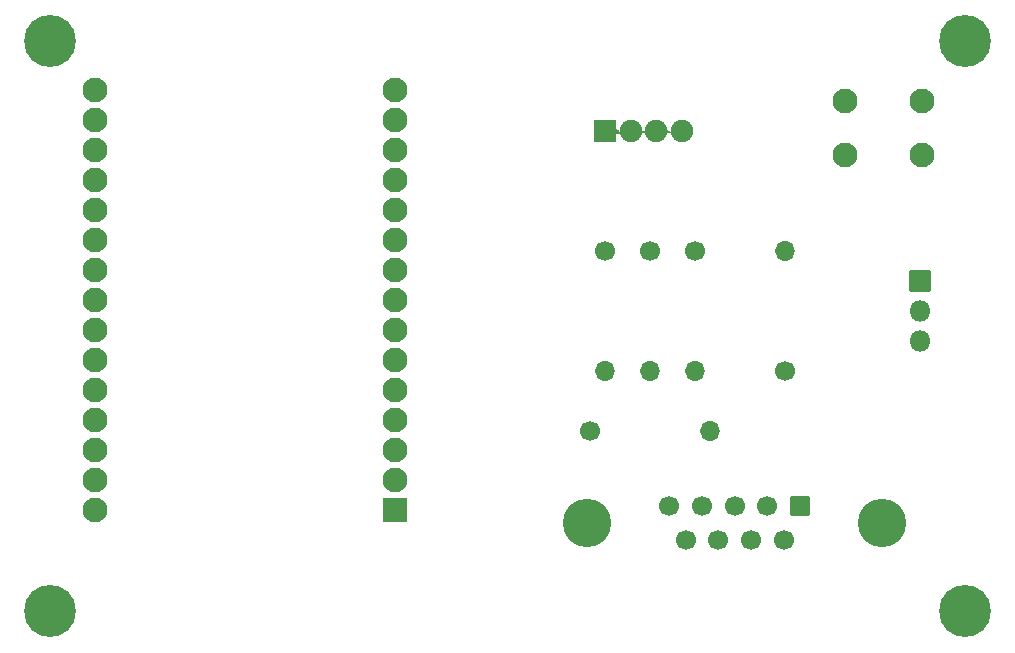
<source format=gbr>
G04 #@! TF.GenerationSoftware,KiCad,Pcbnew,6.0.7-1.fc36*
G04 #@! TF.CreationDate,2022-09-04T22:09:16+02:00*
G04 #@! TF.ProjectId,Project,50726f6a-6563-4742-9e6b-696361645f70,rev?*
G04 #@! TF.SameCoordinates,Original*
G04 #@! TF.FileFunction,Soldermask,Bot*
G04 #@! TF.FilePolarity,Negative*
%FSLAX46Y46*%
G04 Gerber Fmt 4.6, Leading zero omitted, Abs format (unit mm)*
G04 Created by KiCad (PCBNEW 6.0.7-1.fc36) date 2022-09-04 22:09:16*
%MOMM*%
%LPD*%
G01*
G04 APERTURE LIST*
G04 Aperture macros list*
%AMRoundRect*
0 Rectangle with rounded corners*
0 $1 Rounding radius*
0 $2 $3 $4 $5 $6 $7 $8 $9 X,Y pos of 4 corners*
0 Add a 4 corners polygon primitive as box body*
4,1,4,$2,$3,$4,$5,$6,$7,$8,$9,$2,$3,0*
0 Add four circle primitives for the rounded corners*
1,1,$1+$1,$2,$3*
1,1,$1+$1,$4,$5*
1,1,$1+$1,$6,$7*
1,1,$1+$1,$8,$9*
0 Add four rect primitives between the rounded corners*
20,1,$1+$1,$2,$3,$4,$5,0*
20,1,$1+$1,$4,$5,$6,$7,0*
20,1,$1+$1,$6,$7,$8,$9,0*
20,1,$1+$1,$8,$9,$2,$3,0*%
G04 Aperture macros list end*
%ADD10RoundRect,0.050000X-0.900000X-0.900000X0.900000X-0.900000X0.900000X0.900000X-0.900000X0.900000X0*%
%ADD11C,1.900000*%
%ADD12RoundRect,0.050000X-0.850000X-0.850000X0.850000X-0.850000X0.850000X0.850000X-0.850000X0.850000X0*%
%ADD13O,1.800000X1.800000*%
%ADD14C,4.100000*%
%ADD15RoundRect,0.050000X-0.800000X-0.800000X0.800000X-0.800000X0.800000X0.800000X-0.800000X0.800000X0*%
%ADD16C,1.700000*%
%ADD17O,1.700000X1.700000*%
%ADD18C,2.100000*%
%ADD19RoundRect,0.050000X1.000000X1.000000X-1.000000X1.000000X-1.000000X-1.000000X1.000000X-1.000000X0*%
%ADD20C,4.400000*%
G04 APERTURE END LIST*
D10*
X85090000Y-93980000D03*
D11*
X87249000Y-93980000D03*
X89408000Y-93980000D03*
X91567000Y-93980000D03*
D12*
X111760000Y-106680000D03*
D13*
X111760000Y-109220000D03*
X111760000Y-111760000D03*
D14*
X108560000Y-127150000D03*
X83560000Y-127150000D03*
D15*
X101600000Y-125730000D03*
D16*
X98830000Y-125730000D03*
X96060000Y-125730000D03*
X93290000Y-125730000D03*
X90520000Y-125730000D03*
X100215000Y-128570000D03*
X97445000Y-128570000D03*
X94675000Y-128570000D03*
X91905000Y-128570000D03*
X83820000Y-119380000D03*
D17*
X93980000Y-119380000D03*
D16*
X100330000Y-114300000D03*
D17*
X100330000Y-104140000D03*
D16*
X92710000Y-104140000D03*
D17*
X92710000Y-114300000D03*
D16*
X88900000Y-104140000D03*
D17*
X88900000Y-114300000D03*
D16*
X85090000Y-104140000D03*
D17*
X85090000Y-114300000D03*
D18*
X105410000Y-91440000D03*
X111910000Y-91440000D03*
X111910000Y-95940000D03*
X105410000Y-95940000D03*
D19*
X67310000Y-126005000D03*
D18*
X67310000Y-123465000D03*
X67310000Y-120925000D03*
X67310000Y-118385000D03*
X67310000Y-115845000D03*
X67310000Y-113305000D03*
X67310000Y-110765000D03*
X67310000Y-108225000D03*
X67310000Y-105685000D03*
X67310000Y-103145000D03*
X67310000Y-100605000D03*
X67310000Y-98065000D03*
X67310000Y-95525000D03*
X67310000Y-92985000D03*
X67310000Y-90445000D03*
X41910000Y-90445000D03*
X41910000Y-92985000D03*
X41910000Y-95525000D03*
X41910000Y-98065000D03*
X41910000Y-100605000D03*
X41910000Y-103145000D03*
X41910000Y-105685000D03*
X41910000Y-108225000D03*
X41910000Y-110765000D03*
X41910000Y-113305000D03*
X41910000Y-115845000D03*
X41910000Y-118385000D03*
X41910000Y-120925000D03*
X41910000Y-123465000D03*
X41910000Y-126005000D03*
D20*
X38100000Y-86360000D03*
X115570000Y-86360000D03*
X115570000Y-134620000D03*
X38100000Y-134620000D03*
G36*
X86041932Y-93696164D02*
G01*
X86061889Y-93770644D01*
X86116033Y-93824787D01*
X86189998Y-93844606D01*
X86263964Y-93824787D01*
X86318221Y-93770530D01*
X86330031Y-93743529D01*
X86331641Y-93742342D01*
X86333473Y-93743144D01*
X86333769Y-93744935D01*
X86321727Y-93782898D01*
X86301103Y-93966767D01*
X86316583Y-94151128D01*
X86336902Y-94221987D01*
X86336418Y-94223927D01*
X86334495Y-94224479D01*
X86333234Y-94223515D01*
X86295961Y-94156961D01*
X86230153Y-94117808D01*
X86153586Y-94116805D01*
X86086778Y-94154220D01*
X86047557Y-94220141D01*
X86041981Y-94260456D01*
X86040753Y-94262035D01*
X86038772Y-94261761D01*
X86038000Y-94260182D01*
X86038000Y-93696682D01*
X86039000Y-93694950D01*
X86041000Y-93694950D01*
X86041932Y-93696164D01*
G37*
G36*
X88478062Y-93798765D02*
G01*
X88478751Y-93800509D01*
X88460103Y-93966767D01*
X88474453Y-94137667D01*
X88473601Y-94139476D01*
X88471608Y-94139644D01*
X88470715Y-94138811D01*
X88433454Y-94072278D01*
X88367646Y-94033126D01*
X88291078Y-94032123D01*
X88224270Y-94069538D01*
X88185012Y-94135525D01*
X88183360Y-94143294D01*
X88182022Y-94144780D01*
X88180066Y-94144364D01*
X88179420Y-94142627D01*
X88196632Y-94006390D01*
X88196999Y-93980078D01*
X88179814Y-93804821D01*
X88180640Y-93803000D01*
X88182630Y-93802805D01*
X88183729Y-93804083D01*
X88186739Y-93814757D01*
X88226031Y-93880799D01*
X88292839Y-93918215D01*
X88369407Y-93917212D01*
X88435214Y-93878060D01*
X88472730Y-93811073D01*
X88474796Y-93799922D01*
X88476095Y-93798401D01*
X88478062Y-93798765D01*
G37*
G36*
X90637062Y-93798765D02*
G01*
X90637751Y-93800509D01*
X90619103Y-93966767D01*
X90633453Y-94137667D01*
X90632601Y-94139476D01*
X90630608Y-94139644D01*
X90629715Y-94138811D01*
X90592454Y-94072278D01*
X90526646Y-94033126D01*
X90450078Y-94032123D01*
X90383270Y-94069538D01*
X90344012Y-94135525D01*
X90342360Y-94143294D01*
X90341022Y-94144780D01*
X90339066Y-94144364D01*
X90338420Y-94142627D01*
X90355632Y-94006390D01*
X90355999Y-93980078D01*
X90338814Y-93804821D01*
X90339640Y-93803000D01*
X90341630Y-93802805D01*
X90342729Y-93804083D01*
X90345739Y-93814757D01*
X90385031Y-93880799D01*
X90451839Y-93918215D01*
X90528407Y-93917212D01*
X90594214Y-93878060D01*
X90631730Y-93811073D01*
X90633796Y-93799922D01*
X90635095Y-93798401D01*
X90637062Y-93798765D01*
G37*
M02*

</source>
